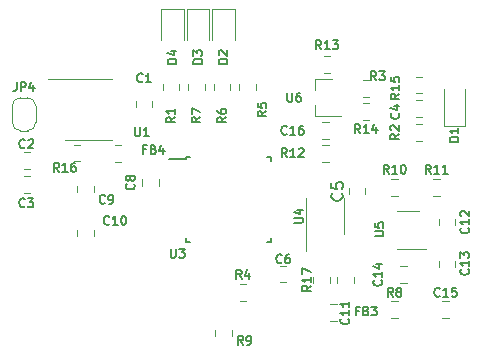
<source format=gbr>
G04 #@! TF.GenerationSoftware,KiCad,Pcbnew,5.1.5*
G04 #@! TF.CreationDate,2020-04-28T00:33:20+02:00*
G04 #@! TF.ProjectId,avr-wave,6176722d-7761-4766-952e-6b696361645f,2*
G04 #@! TF.SameCoordinates,Original*
G04 #@! TF.FileFunction,Legend,Top*
G04 #@! TF.FilePolarity,Positive*
%FSLAX46Y46*%
G04 Gerber Fmt 4.6, Leading zero omitted, Abs format (unit mm)*
G04 Created by KiCad (PCBNEW 5.1.5) date 2020-04-28 00:33:20*
%MOMM*%
%LPD*%
G04 APERTURE LIST*
%ADD10C,0.120000*%
%ADD11C,0.150000*%
G04 APERTURE END LIST*
D10*
X150960000Y-76008578D02*
X150960000Y-75491422D01*
X149540000Y-76008578D02*
X149540000Y-75491422D01*
X147960000Y-83508578D02*
X147960000Y-82991422D01*
X146540000Y-83508578D02*
X146540000Y-82991422D01*
X126758578Y-71790000D02*
X126241422Y-71790000D01*
X126758578Y-73210000D02*
X126241422Y-73210000D01*
X143741422Y-83460000D02*
X144258578Y-83460000D01*
X143741422Y-82040000D02*
X144258578Y-82040000D01*
X155758578Y-66040000D02*
X155241422Y-66040000D01*
X155758578Y-67460000D02*
X155241422Y-67460000D01*
X145890000Y-77851000D02*
X145890000Y-80776000D01*
X145890000Y-77851000D02*
X145890000Y-76351000D01*
X149110000Y-77851000D02*
X149110000Y-79351000D01*
X149110000Y-77851000D02*
X149110000Y-76351000D01*
X157646000Y-70226000D02*
X157646000Y-67076000D01*
X159346000Y-70226000D02*
X159346000Y-67076000D01*
X157646000Y-70226000D02*
X159346000Y-70226000D01*
X150744422Y-67766000D02*
X151261578Y-67766000D01*
X150744422Y-66346000D02*
X151261578Y-66346000D01*
X147442422Y-65734000D02*
X147959578Y-65734000D01*
X147442422Y-64314000D02*
X147959578Y-64314000D01*
X151261578Y-68251000D02*
X150744422Y-68251000D01*
X151261578Y-69671000D02*
X150744422Y-69671000D01*
X146687000Y-66238000D02*
X148147000Y-66238000D01*
X146687000Y-69398000D02*
X148847000Y-69398000D01*
X146687000Y-69398000D02*
X146687000Y-68468000D01*
X146687000Y-66238000D02*
X146687000Y-67168000D01*
X129741422Y-73227000D02*
X130258578Y-73227000D01*
X129741422Y-71807000D02*
X130258578Y-71807000D01*
D11*
X135736000Y-73041000D02*
X134311000Y-73041000D01*
X142986000Y-72816000D02*
X142661000Y-72816000D01*
X142986000Y-80066000D02*
X142661000Y-80066000D01*
X135736000Y-80066000D02*
X136061000Y-80066000D01*
X135736000Y-72816000D02*
X136061000Y-72816000D01*
X135736000Y-80066000D02*
X135736000Y-79741000D01*
X142986000Y-80066000D02*
X142986000Y-79741000D01*
X142986000Y-72816000D02*
X142986000Y-73141000D01*
X135736000Y-72816000D02*
X135736000Y-73041000D01*
D10*
X147315422Y-73227000D02*
X147832578Y-73227000D01*
X147315422Y-71807000D02*
X147832578Y-71807000D01*
X147832578Y-69902000D02*
X147315422Y-69902000D01*
X147832578Y-71322000D02*
X147315422Y-71322000D01*
X157230578Y-74728000D02*
X156713422Y-74728000D01*
X157230578Y-76148000D02*
X156713422Y-76148000D01*
X153157422Y-76148000D02*
X153674578Y-76148000D01*
X153157422Y-74728000D02*
X153674578Y-74728000D01*
X123047000Y-68515000D02*
X123047000Y-69915000D01*
X122347000Y-70615000D02*
X121747000Y-70615000D01*
X121047000Y-69915000D02*
X121047000Y-68515000D01*
X121747000Y-67815000D02*
X122347000Y-67815000D01*
X122347000Y-67815000D02*
G75*
G02X123047000Y-68515000I0J-700000D01*
G01*
X121047000Y-68515000D02*
G75*
G02X121747000Y-67815000I700000J0D01*
G01*
X121747000Y-70615000D02*
G75*
G02X121047000Y-69915000I0J700000D01*
G01*
X123047000Y-69915000D02*
G75*
G02X122347000Y-70615000I-700000J0D01*
G01*
X157475422Y-86435000D02*
X157992578Y-86435000D01*
X157475422Y-85015000D02*
X157992578Y-85015000D01*
X154436578Y-82094000D02*
X153919422Y-82094000D01*
X154436578Y-83514000D02*
X153919422Y-83514000D01*
X158571000Y-82125078D02*
X158571000Y-81607922D01*
X157151000Y-82125078D02*
X157151000Y-81607922D01*
X157151000Y-78100422D02*
X157151000Y-78617578D01*
X158571000Y-78100422D02*
X158571000Y-78617578D01*
X122042422Y-73862000D02*
X122559578Y-73862000D01*
X122042422Y-72442000D02*
X122559578Y-72442000D01*
X153659000Y-80604000D02*
X156109000Y-80604000D01*
X155459000Y-77384000D02*
X153659000Y-77384000D01*
X127508000Y-66274000D02*
X124058000Y-66274000D01*
X127508000Y-66274000D02*
X129458000Y-66274000D01*
X127508000Y-71394000D02*
X125558000Y-71394000D01*
X127508000Y-71394000D02*
X129458000Y-71394000D01*
X138228000Y-87498422D02*
X138228000Y-88015578D01*
X139648000Y-87498422D02*
X139648000Y-88015578D01*
X153674578Y-85015000D02*
X153157422Y-85015000D01*
X153674578Y-86435000D02*
X153157422Y-86435000D01*
X135942000Y-66670422D02*
X135942000Y-67187578D01*
X137362000Y-66670422D02*
X137362000Y-67187578D01*
X138101000Y-66670422D02*
X138101000Y-67187578D01*
X139521000Y-66670422D02*
X139521000Y-67187578D01*
X140260000Y-66670422D02*
X140260000Y-67187578D01*
X141680000Y-66670422D02*
X141680000Y-67187578D01*
X140847578Y-83618000D02*
X140330422Y-83618000D01*
X140847578Y-85038000D02*
X140330422Y-85038000D01*
X155241422Y-71460000D02*
X155758578Y-71460000D01*
X155241422Y-70040000D02*
X155758578Y-70040000D01*
X133783000Y-66670422D02*
X133783000Y-67187578D01*
X135203000Y-66670422D02*
X135203000Y-67187578D01*
X148508578Y-85290000D02*
X147991422Y-85290000D01*
X148508578Y-86710000D02*
X147991422Y-86710000D01*
X133660000Y-60278000D02*
X133660000Y-62963000D01*
X135580000Y-60278000D02*
X133660000Y-60278000D01*
X135580000Y-62963000D02*
X135580000Y-60278000D01*
X135819000Y-60278000D02*
X135819000Y-62963000D01*
X137739000Y-60278000D02*
X135819000Y-60278000D01*
X137739000Y-62963000D02*
X137739000Y-60278000D01*
X137978000Y-60278000D02*
X137978000Y-62963000D01*
X139898000Y-60278000D02*
X137978000Y-60278000D01*
X139898000Y-62963000D02*
X139898000Y-60278000D01*
X148540000Y-82991422D02*
X148540000Y-83508578D01*
X149960000Y-82991422D02*
X149960000Y-83508578D01*
X126544000Y-78989422D02*
X126544000Y-79506578D01*
X127964000Y-78989422D02*
X127964000Y-79506578D01*
X127964000Y-75823578D02*
X127964000Y-75306422D01*
X126544000Y-75823578D02*
X126544000Y-75306422D01*
X132040000Y-74741422D02*
X132040000Y-75258578D01*
X133460000Y-74741422D02*
X133460000Y-75258578D01*
X155758578Y-68040000D02*
X155241422Y-68040000D01*
X155758578Y-69460000D02*
X155241422Y-69460000D01*
X122042422Y-75894000D02*
X122559578Y-75894000D01*
X122042422Y-74474000D02*
X122559578Y-74474000D01*
X132917000Y-68584578D02*
X132917000Y-68067422D01*
X131497000Y-68584578D02*
X131497000Y-68067422D01*
D11*
X148957142Y-75916666D02*
X149004761Y-75964285D01*
X149052380Y-76107142D01*
X149052380Y-76202380D01*
X149004761Y-76345238D01*
X148909523Y-76440476D01*
X148814285Y-76488095D01*
X148623809Y-76535714D01*
X148480952Y-76535714D01*
X148290476Y-76488095D01*
X148195238Y-76440476D01*
X148100000Y-76345238D01*
X148052380Y-76202380D01*
X148052380Y-76107142D01*
X148100000Y-75964285D01*
X148147619Y-75916666D01*
X148052380Y-75011904D02*
X148052380Y-75488095D01*
X148528571Y-75535714D01*
X148480952Y-75488095D01*
X148433333Y-75392857D01*
X148433333Y-75154761D01*
X148480952Y-75059523D01*
X148528571Y-75011904D01*
X148623809Y-74964285D01*
X148861904Y-74964285D01*
X148957142Y-75011904D01*
X149004761Y-75059523D01*
X149052380Y-75154761D01*
X149052380Y-75392857D01*
X149004761Y-75488095D01*
X148957142Y-75535714D01*
X146339285Y-83732142D02*
X145982142Y-83982142D01*
X146339285Y-84160714D02*
X145589285Y-84160714D01*
X145589285Y-83875000D01*
X145625000Y-83803571D01*
X145660714Y-83767857D01*
X145732142Y-83732142D01*
X145839285Y-83732142D01*
X145910714Y-83767857D01*
X145946428Y-83803571D01*
X145982142Y-83875000D01*
X145982142Y-84160714D01*
X146339285Y-83017857D02*
X146339285Y-83446428D01*
X146339285Y-83232142D02*
X145589285Y-83232142D01*
X145696428Y-83303571D01*
X145767857Y-83375000D01*
X145803571Y-83446428D01*
X145589285Y-82767857D02*
X145589285Y-82267857D01*
X146339285Y-82589285D01*
X125017857Y-74089285D02*
X124767857Y-73732142D01*
X124589285Y-74089285D02*
X124589285Y-73339285D01*
X124875000Y-73339285D01*
X124946428Y-73375000D01*
X124982142Y-73410714D01*
X125017857Y-73482142D01*
X125017857Y-73589285D01*
X124982142Y-73660714D01*
X124946428Y-73696428D01*
X124875000Y-73732142D01*
X124589285Y-73732142D01*
X125732142Y-74089285D02*
X125303571Y-74089285D01*
X125517857Y-74089285D02*
X125517857Y-73339285D01*
X125446428Y-73446428D01*
X125375000Y-73517857D01*
X125303571Y-73553571D01*
X126375000Y-73339285D02*
X126232142Y-73339285D01*
X126160714Y-73375000D01*
X126125000Y-73410714D01*
X126053571Y-73517857D01*
X126017857Y-73660714D01*
X126017857Y-73946428D01*
X126053571Y-74017857D01*
X126089285Y-74053571D01*
X126160714Y-74089285D01*
X126303571Y-74089285D01*
X126375000Y-74053571D01*
X126410714Y-74017857D01*
X126446428Y-73946428D01*
X126446428Y-73767857D01*
X126410714Y-73696428D01*
X126375000Y-73660714D01*
X126303571Y-73625000D01*
X126160714Y-73625000D01*
X126089285Y-73660714D01*
X126053571Y-73696428D01*
X126017857Y-73767857D01*
X143875000Y-81767857D02*
X143839285Y-81803571D01*
X143732142Y-81839285D01*
X143660714Y-81839285D01*
X143553571Y-81803571D01*
X143482142Y-81732142D01*
X143446428Y-81660714D01*
X143410714Y-81517857D01*
X143410714Y-81410714D01*
X143446428Y-81267857D01*
X143482142Y-81196428D01*
X143553571Y-81125000D01*
X143660714Y-81089285D01*
X143732142Y-81089285D01*
X143839285Y-81125000D01*
X143875000Y-81160714D01*
X144517857Y-81089285D02*
X144375000Y-81089285D01*
X144303571Y-81125000D01*
X144267857Y-81160714D01*
X144196428Y-81267857D01*
X144160714Y-81410714D01*
X144160714Y-81696428D01*
X144196428Y-81767857D01*
X144232142Y-81803571D01*
X144303571Y-81839285D01*
X144446428Y-81839285D01*
X144517857Y-81803571D01*
X144553571Y-81767857D01*
X144589285Y-81696428D01*
X144589285Y-81517857D01*
X144553571Y-81446428D01*
X144517857Y-81410714D01*
X144446428Y-81375000D01*
X144303571Y-81375000D01*
X144232142Y-81410714D01*
X144196428Y-81446428D01*
X144160714Y-81517857D01*
X153839285Y-67482142D02*
X153482142Y-67732142D01*
X153839285Y-67910714D02*
X153089285Y-67910714D01*
X153089285Y-67625000D01*
X153125000Y-67553571D01*
X153160714Y-67517857D01*
X153232142Y-67482142D01*
X153339285Y-67482142D01*
X153410714Y-67517857D01*
X153446428Y-67553571D01*
X153482142Y-67625000D01*
X153482142Y-67910714D01*
X153839285Y-66767857D02*
X153839285Y-67196428D01*
X153839285Y-66982142D02*
X153089285Y-66982142D01*
X153196428Y-67053571D01*
X153267857Y-67125000D01*
X153303571Y-67196428D01*
X153089285Y-66089285D02*
X153089285Y-66446428D01*
X153446428Y-66482142D01*
X153410714Y-66446428D01*
X153375000Y-66375000D01*
X153375000Y-66196428D01*
X153410714Y-66125000D01*
X153446428Y-66089285D01*
X153517857Y-66053571D01*
X153696428Y-66053571D01*
X153767857Y-66089285D01*
X153803571Y-66125000D01*
X153839285Y-66196428D01*
X153839285Y-66375000D01*
X153803571Y-66446428D01*
X153767857Y-66482142D01*
X144930285Y-78422428D02*
X145537428Y-78422428D01*
X145608857Y-78386714D01*
X145644571Y-78351000D01*
X145680285Y-78279571D01*
X145680285Y-78136714D01*
X145644571Y-78065285D01*
X145608857Y-78029571D01*
X145537428Y-77993857D01*
X144930285Y-77993857D01*
X145180285Y-77315285D02*
X145680285Y-77315285D01*
X144894571Y-77493857D02*
X145430285Y-77672428D01*
X145430285Y-77208142D01*
X158835285Y-71546571D02*
X158085285Y-71546571D01*
X158085285Y-71368000D01*
X158121000Y-71260857D01*
X158192428Y-71189428D01*
X158263857Y-71153714D01*
X158406714Y-71118000D01*
X158513857Y-71118000D01*
X158656714Y-71153714D01*
X158728142Y-71189428D01*
X158799571Y-71260857D01*
X158835285Y-71368000D01*
X158835285Y-71546571D01*
X158835285Y-70403714D02*
X158835285Y-70832285D01*
X158835285Y-70618000D02*
X158085285Y-70618000D01*
X158192428Y-70689428D01*
X158263857Y-70760857D01*
X158299571Y-70832285D01*
X151875000Y-66339285D02*
X151625000Y-65982142D01*
X151446428Y-66339285D02*
X151446428Y-65589285D01*
X151732142Y-65589285D01*
X151803571Y-65625000D01*
X151839285Y-65660714D01*
X151875000Y-65732142D01*
X151875000Y-65839285D01*
X151839285Y-65910714D01*
X151803571Y-65946428D01*
X151732142Y-65982142D01*
X151446428Y-65982142D01*
X152125000Y-65589285D02*
X152589285Y-65589285D01*
X152339285Y-65875000D01*
X152446428Y-65875000D01*
X152517857Y-65910714D01*
X152553571Y-65946428D01*
X152589285Y-66017857D01*
X152589285Y-66196428D01*
X152553571Y-66267857D01*
X152517857Y-66303571D01*
X152446428Y-66339285D01*
X152232142Y-66339285D01*
X152160714Y-66303571D01*
X152125000Y-66267857D01*
X147218857Y-63713285D02*
X146968857Y-63356142D01*
X146790285Y-63713285D02*
X146790285Y-62963285D01*
X147076000Y-62963285D01*
X147147428Y-62999000D01*
X147183142Y-63034714D01*
X147218857Y-63106142D01*
X147218857Y-63213285D01*
X147183142Y-63284714D01*
X147147428Y-63320428D01*
X147076000Y-63356142D01*
X146790285Y-63356142D01*
X147933142Y-63713285D02*
X147504571Y-63713285D01*
X147718857Y-63713285D02*
X147718857Y-62963285D01*
X147647428Y-63070428D01*
X147576000Y-63141857D01*
X147504571Y-63177571D01*
X148183142Y-62963285D02*
X148647428Y-62963285D01*
X148397428Y-63249000D01*
X148504571Y-63249000D01*
X148576000Y-63284714D01*
X148611714Y-63320428D01*
X148647428Y-63391857D01*
X148647428Y-63570428D01*
X148611714Y-63641857D01*
X148576000Y-63677571D01*
X148504571Y-63713285D01*
X148290285Y-63713285D01*
X148218857Y-63677571D01*
X148183142Y-63641857D01*
X150520857Y-70824285D02*
X150270857Y-70467142D01*
X150092285Y-70824285D02*
X150092285Y-70074285D01*
X150378000Y-70074285D01*
X150449428Y-70110000D01*
X150485142Y-70145714D01*
X150520857Y-70217142D01*
X150520857Y-70324285D01*
X150485142Y-70395714D01*
X150449428Y-70431428D01*
X150378000Y-70467142D01*
X150092285Y-70467142D01*
X151235142Y-70824285D02*
X150806571Y-70824285D01*
X151020857Y-70824285D02*
X151020857Y-70074285D01*
X150949428Y-70181428D01*
X150878000Y-70252857D01*
X150806571Y-70288571D01*
X151878000Y-70324285D02*
X151878000Y-70824285D01*
X151699428Y-70038571D02*
X151520857Y-70574285D01*
X151985142Y-70574285D01*
X144335571Y-67407285D02*
X144335571Y-68014428D01*
X144371285Y-68085857D01*
X144407000Y-68121571D01*
X144478428Y-68157285D01*
X144621285Y-68157285D01*
X144692714Y-68121571D01*
X144728428Y-68085857D01*
X144764142Y-68014428D01*
X144764142Y-67407285D01*
X145442714Y-67407285D02*
X145299857Y-67407285D01*
X145228428Y-67443000D01*
X145192714Y-67478714D01*
X145121285Y-67585857D01*
X145085571Y-67728714D01*
X145085571Y-68014428D01*
X145121285Y-68085857D01*
X145157000Y-68121571D01*
X145228428Y-68157285D01*
X145371285Y-68157285D01*
X145442714Y-68121571D01*
X145478428Y-68085857D01*
X145514142Y-68014428D01*
X145514142Y-67835857D01*
X145478428Y-67764428D01*
X145442714Y-67728714D01*
X145371285Y-67693000D01*
X145228428Y-67693000D01*
X145157000Y-67728714D01*
X145121285Y-67764428D01*
X145085571Y-67835857D01*
X132375000Y-72196428D02*
X132125000Y-72196428D01*
X132125000Y-72589285D02*
X132125000Y-71839285D01*
X132482142Y-71839285D01*
X133017857Y-72196428D02*
X133125000Y-72232142D01*
X133160714Y-72267857D01*
X133196428Y-72339285D01*
X133196428Y-72446428D01*
X133160714Y-72517857D01*
X133125000Y-72553571D01*
X133053571Y-72589285D01*
X132767857Y-72589285D01*
X132767857Y-71839285D01*
X133017857Y-71839285D01*
X133089285Y-71875000D01*
X133125000Y-71910714D01*
X133160714Y-71982142D01*
X133160714Y-72053571D01*
X133125000Y-72125000D01*
X133089285Y-72160714D01*
X133017857Y-72196428D01*
X132767857Y-72196428D01*
X133839285Y-72089285D02*
X133839285Y-72589285D01*
X133660714Y-71803571D02*
X133482142Y-72339285D01*
X133946428Y-72339285D01*
X134471571Y-80602285D02*
X134471571Y-81209428D01*
X134507285Y-81280857D01*
X134543000Y-81316571D01*
X134614428Y-81352285D01*
X134757285Y-81352285D01*
X134828714Y-81316571D01*
X134864428Y-81280857D01*
X134900142Y-81209428D01*
X134900142Y-80602285D01*
X135185857Y-80602285D02*
X135650142Y-80602285D01*
X135400142Y-80888000D01*
X135507285Y-80888000D01*
X135578714Y-80923714D01*
X135614428Y-80959428D01*
X135650142Y-81030857D01*
X135650142Y-81209428D01*
X135614428Y-81280857D01*
X135578714Y-81316571D01*
X135507285Y-81352285D01*
X135293000Y-81352285D01*
X135221571Y-81316571D01*
X135185857Y-81280857D01*
X144297857Y-72856285D02*
X144047857Y-72499142D01*
X143869285Y-72856285D02*
X143869285Y-72106285D01*
X144155000Y-72106285D01*
X144226428Y-72142000D01*
X144262142Y-72177714D01*
X144297857Y-72249142D01*
X144297857Y-72356285D01*
X144262142Y-72427714D01*
X144226428Y-72463428D01*
X144155000Y-72499142D01*
X143869285Y-72499142D01*
X145012142Y-72856285D02*
X144583571Y-72856285D01*
X144797857Y-72856285D02*
X144797857Y-72106285D01*
X144726428Y-72213428D01*
X144655000Y-72284857D01*
X144583571Y-72320571D01*
X145297857Y-72177714D02*
X145333571Y-72142000D01*
X145405000Y-72106285D01*
X145583571Y-72106285D01*
X145655000Y-72142000D01*
X145690714Y-72177714D01*
X145726428Y-72249142D01*
X145726428Y-72320571D01*
X145690714Y-72427714D01*
X145262142Y-72856285D01*
X145726428Y-72856285D01*
X144297857Y-70879857D02*
X144262142Y-70915571D01*
X144155000Y-70951285D01*
X144083571Y-70951285D01*
X143976428Y-70915571D01*
X143905000Y-70844142D01*
X143869285Y-70772714D01*
X143833571Y-70629857D01*
X143833571Y-70522714D01*
X143869285Y-70379857D01*
X143905000Y-70308428D01*
X143976428Y-70237000D01*
X144083571Y-70201285D01*
X144155000Y-70201285D01*
X144262142Y-70237000D01*
X144297857Y-70272714D01*
X145012142Y-70951285D02*
X144583571Y-70951285D01*
X144797857Y-70951285D02*
X144797857Y-70201285D01*
X144726428Y-70308428D01*
X144655000Y-70379857D01*
X144583571Y-70415571D01*
X145655000Y-70201285D02*
X145512142Y-70201285D01*
X145440714Y-70237000D01*
X145405000Y-70272714D01*
X145333571Y-70379857D01*
X145297857Y-70522714D01*
X145297857Y-70808428D01*
X145333571Y-70879857D01*
X145369285Y-70915571D01*
X145440714Y-70951285D01*
X145583571Y-70951285D01*
X145655000Y-70915571D01*
X145690714Y-70879857D01*
X145726428Y-70808428D01*
X145726428Y-70629857D01*
X145690714Y-70558428D01*
X145655000Y-70522714D01*
X145583571Y-70487000D01*
X145440714Y-70487000D01*
X145369285Y-70522714D01*
X145333571Y-70558428D01*
X145297857Y-70629857D01*
X156489857Y-74253285D02*
X156239857Y-73896142D01*
X156061285Y-74253285D02*
X156061285Y-73503285D01*
X156347000Y-73503285D01*
X156418428Y-73539000D01*
X156454142Y-73574714D01*
X156489857Y-73646142D01*
X156489857Y-73753285D01*
X156454142Y-73824714D01*
X156418428Y-73860428D01*
X156347000Y-73896142D01*
X156061285Y-73896142D01*
X157204142Y-74253285D02*
X156775571Y-74253285D01*
X156989857Y-74253285D02*
X156989857Y-73503285D01*
X156918428Y-73610428D01*
X156847000Y-73681857D01*
X156775571Y-73717571D01*
X157918428Y-74253285D02*
X157489857Y-74253285D01*
X157704142Y-74253285D02*
X157704142Y-73503285D01*
X157632714Y-73610428D01*
X157561285Y-73681857D01*
X157489857Y-73717571D01*
X152933857Y-74253285D02*
X152683857Y-73896142D01*
X152505285Y-74253285D02*
X152505285Y-73503285D01*
X152791000Y-73503285D01*
X152862428Y-73539000D01*
X152898142Y-73574714D01*
X152933857Y-73646142D01*
X152933857Y-73753285D01*
X152898142Y-73824714D01*
X152862428Y-73860428D01*
X152791000Y-73896142D01*
X152505285Y-73896142D01*
X153648142Y-74253285D02*
X153219571Y-74253285D01*
X153433857Y-74253285D02*
X153433857Y-73503285D01*
X153362428Y-73610428D01*
X153291000Y-73681857D01*
X153219571Y-73717571D01*
X154112428Y-73503285D02*
X154183857Y-73503285D01*
X154255285Y-73539000D01*
X154291000Y-73574714D01*
X154326714Y-73646142D01*
X154362428Y-73789000D01*
X154362428Y-73967571D01*
X154326714Y-74110428D01*
X154291000Y-74181857D01*
X154255285Y-74217571D01*
X154183857Y-74253285D01*
X154112428Y-74253285D01*
X154041000Y-74217571D01*
X154005285Y-74181857D01*
X153969571Y-74110428D01*
X153933857Y-73967571D01*
X153933857Y-73789000D01*
X153969571Y-73646142D01*
X154005285Y-73574714D01*
X154041000Y-73539000D01*
X154112428Y-73503285D01*
X121422000Y-66518285D02*
X121422000Y-67054000D01*
X121386285Y-67161142D01*
X121314857Y-67232571D01*
X121207714Y-67268285D01*
X121136285Y-67268285D01*
X121779142Y-67268285D02*
X121779142Y-66518285D01*
X122064857Y-66518285D01*
X122136285Y-66554000D01*
X122172000Y-66589714D01*
X122207714Y-66661142D01*
X122207714Y-66768285D01*
X122172000Y-66839714D01*
X122136285Y-66875428D01*
X122064857Y-66911142D01*
X121779142Y-66911142D01*
X122850571Y-66768285D02*
X122850571Y-67268285D01*
X122672000Y-66482571D02*
X122493428Y-67018285D01*
X122957714Y-67018285D01*
X157251857Y-84595857D02*
X157216142Y-84631571D01*
X157109000Y-84667285D01*
X157037571Y-84667285D01*
X156930428Y-84631571D01*
X156859000Y-84560142D01*
X156823285Y-84488714D01*
X156787571Y-84345857D01*
X156787571Y-84238714D01*
X156823285Y-84095857D01*
X156859000Y-84024428D01*
X156930428Y-83953000D01*
X157037571Y-83917285D01*
X157109000Y-83917285D01*
X157216142Y-83953000D01*
X157251857Y-83988714D01*
X157966142Y-84667285D02*
X157537571Y-84667285D01*
X157751857Y-84667285D02*
X157751857Y-83917285D01*
X157680428Y-84024428D01*
X157609000Y-84095857D01*
X157537571Y-84131571D01*
X158644714Y-83917285D02*
X158287571Y-83917285D01*
X158251857Y-84274428D01*
X158287571Y-84238714D01*
X158359000Y-84203000D01*
X158537571Y-84203000D01*
X158609000Y-84238714D01*
X158644714Y-84274428D01*
X158680428Y-84345857D01*
X158680428Y-84524428D01*
X158644714Y-84595857D01*
X158609000Y-84631571D01*
X158537571Y-84667285D01*
X158359000Y-84667285D01*
X158287571Y-84631571D01*
X158251857Y-84595857D01*
X152286857Y-83286142D02*
X152322571Y-83321857D01*
X152358285Y-83429000D01*
X152358285Y-83500428D01*
X152322571Y-83607571D01*
X152251142Y-83679000D01*
X152179714Y-83714714D01*
X152036857Y-83750428D01*
X151929714Y-83750428D01*
X151786857Y-83714714D01*
X151715428Y-83679000D01*
X151644000Y-83607571D01*
X151608285Y-83500428D01*
X151608285Y-83429000D01*
X151644000Y-83321857D01*
X151679714Y-83286142D01*
X152358285Y-82571857D02*
X152358285Y-83000428D01*
X152358285Y-82786142D02*
X151608285Y-82786142D01*
X151715428Y-82857571D01*
X151786857Y-82929000D01*
X151822571Y-83000428D01*
X151858285Y-81929000D02*
X152358285Y-81929000D01*
X151572571Y-82107571D02*
X152108285Y-82286142D01*
X152108285Y-81821857D01*
X159652857Y-82348642D02*
X159688571Y-82384357D01*
X159724285Y-82491500D01*
X159724285Y-82562928D01*
X159688571Y-82670071D01*
X159617142Y-82741500D01*
X159545714Y-82777214D01*
X159402857Y-82812928D01*
X159295714Y-82812928D01*
X159152857Y-82777214D01*
X159081428Y-82741500D01*
X159010000Y-82670071D01*
X158974285Y-82562928D01*
X158974285Y-82491500D01*
X159010000Y-82384357D01*
X159045714Y-82348642D01*
X159724285Y-81634357D02*
X159724285Y-82062928D01*
X159724285Y-81848642D02*
X158974285Y-81848642D01*
X159081428Y-81920071D01*
X159152857Y-81991500D01*
X159188571Y-82062928D01*
X158974285Y-81384357D02*
X158974285Y-80920071D01*
X159260000Y-81170071D01*
X159260000Y-81062928D01*
X159295714Y-80991500D01*
X159331428Y-80955785D01*
X159402857Y-80920071D01*
X159581428Y-80920071D01*
X159652857Y-80955785D01*
X159688571Y-80991500D01*
X159724285Y-81062928D01*
X159724285Y-81277214D01*
X159688571Y-81348642D01*
X159652857Y-81384357D01*
X159652857Y-78841142D02*
X159688571Y-78876857D01*
X159724285Y-78984000D01*
X159724285Y-79055428D01*
X159688571Y-79162571D01*
X159617142Y-79234000D01*
X159545714Y-79269714D01*
X159402857Y-79305428D01*
X159295714Y-79305428D01*
X159152857Y-79269714D01*
X159081428Y-79234000D01*
X159010000Y-79162571D01*
X158974285Y-79055428D01*
X158974285Y-78984000D01*
X159010000Y-78876857D01*
X159045714Y-78841142D01*
X159724285Y-78126857D02*
X159724285Y-78555428D01*
X159724285Y-78341142D02*
X158974285Y-78341142D01*
X159081428Y-78412571D01*
X159152857Y-78484000D01*
X159188571Y-78555428D01*
X159045714Y-77841142D02*
X159010000Y-77805428D01*
X158974285Y-77734000D01*
X158974285Y-77555428D01*
X159010000Y-77484000D01*
X159045714Y-77448285D01*
X159117142Y-77412571D01*
X159188571Y-77412571D01*
X159295714Y-77448285D01*
X159724285Y-77876857D01*
X159724285Y-77412571D01*
X122125000Y-72017857D02*
X122089285Y-72053571D01*
X121982142Y-72089285D01*
X121910714Y-72089285D01*
X121803571Y-72053571D01*
X121732142Y-71982142D01*
X121696428Y-71910714D01*
X121660714Y-71767857D01*
X121660714Y-71660714D01*
X121696428Y-71517857D01*
X121732142Y-71446428D01*
X121803571Y-71375000D01*
X121910714Y-71339285D01*
X121982142Y-71339285D01*
X122089285Y-71375000D01*
X122125000Y-71410714D01*
X122410714Y-71410714D02*
X122446428Y-71375000D01*
X122517857Y-71339285D01*
X122696428Y-71339285D01*
X122767857Y-71375000D01*
X122803571Y-71410714D01*
X122839285Y-71482142D01*
X122839285Y-71553571D01*
X122803571Y-71660714D01*
X122375000Y-72089285D01*
X122839285Y-72089285D01*
X151735285Y-79565428D02*
X152342428Y-79565428D01*
X152413857Y-79529714D01*
X152449571Y-79494000D01*
X152485285Y-79422571D01*
X152485285Y-79279714D01*
X152449571Y-79208285D01*
X152413857Y-79172571D01*
X152342428Y-79136857D01*
X151735285Y-79136857D01*
X151735285Y-78422571D02*
X151735285Y-78779714D01*
X152092428Y-78815428D01*
X152056714Y-78779714D01*
X152021000Y-78708285D01*
X152021000Y-78529714D01*
X152056714Y-78458285D01*
X152092428Y-78422571D01*
X152163857Y-78386857D01*
X152342428Y-78386857D01*
X152413857Y-78422571D01*
X152449571Y-78458285D01*
X152485285Y-78529714D01*
X152485285Y-78708285D01*
X152449571Y-78779714D01*
X152413857Y-78815428D01*
X131428571Y-70339285D02*
X131428571Y-70946428D01*
X131464285Y-71017857D01*
X131500000Y-71053571D01*
X131571428Y-71089285D01*
X131714285Y-71089285D01*
X131785714Y-71053571D01*
X131821428Y-71017857D01*
X131857142Y-70946428D01*
X131857142Y-70339285D01*
X132607142Y-71089285D02*
X132178571Y-71089285D01*
X132392857Y-71089285D02*
X132392857Y-70339285D01*
X132321428Y-70446428D01*
X132250000Y-70517857D01*
X132178571Y-70553571D01*
X140591000Y-88731285D02*
X140341000Y-88374142D01*
X140162428Y-88731285D02*
X140162428Y-87981285D01*
X140448142Y-87981285D01*
X140519571Y-88017000D01*
X140555285Y-88052714D01*
X140591000Y-88124142D01*
X140591000Y-88231285D01*
X140555285Y-88302714D01*
X140519571Y-88338428D01*
X140448142Y-88374142D01*
X140162428Y-88374142D01*
X140948142Y-88731285D02*
X141091000Y-88731285D01*
X141162428Y-88695571D01*
X141198142Y-88659857D01*
X141269571Y-88552714D01*
X141305285Y-88409857D01*
X141305285Y-88124142D01*
X141269571Y-88052714D01*
X141233857Y-88017000D01*
X141162428Y-87981285D01*
X141019571Y-87981285D01*
X140948142Y-88017000D01*
X140912428Y-88052714D01*
X140876714Y-88124142D01*
X140876714Y-88302714D01*
X140912428Y-88374142D01*
X140948142Y-88409857D01*
X141019571Y-88445571D01*
X141162428Y-88445571D01*
X141233857Y-88409857D01*
X141269571Y-88374142D01*
X141305285Y-88302714D01*
X153291000Y-84667285D02*
X153041000Y-84310142D01*
X152862428Y-84667285D02*
X152862428Y-83917285D01*
X153148142Y-83917285D01*
X153219571Y-83953000D01*
X153255285Y-83988714D01*
X153291000Y-84060142D01*
X153291000Y-84167285D01*
X153255285Y-84238714D01*
X153219571Y-84274428D01*
X153148142Y-84310142D01*
X152862428Y-84310142D01*
X153719571Y-84238714D02*
X153648142Y-84203000D01*
X153612428Y-84167285D01*
X153576714Y-84095857D01*
X153576714Y-84060142D01*
X153612428Y-83988714D01*
X153648142Y-83953000D01*
X153719571Y-83917285D01*
X153862428Y-83917285D01*
X153933857Y-83953000D01*
X153969571Y-83988714D01*
X154005285Y-84060142D01*
X154005285Y-84095857D01*
X153969571Y-84167285D01*
X153933857Y-84203000D01*
X153862428Y-84238714D01*
X153719571Y-84238714D01*
X153648142Y-84274428D01*
X153612428Y-84310142D01*
X153576714Y-84381571D01*
X153576714Y-84524428D01*
X153612428Y-84595857D01*
X153648142Y-84631571D01*
X153719571Y-84667285D01*
X153862428Y-84667285D01*
X153933857Y-84631571D01*
X153969571Y-84595857D01*
X154005285Y-84524428D01*
X154005285Y-84381571D01*
X153969571Y-84310142D01*
X153933857Y-84274428D01*
X153862428Y-84238714D01*
X136991285Y-69467000D02*
X136634142Y-69717000D01*
X136991285Y-69895571D02*
X136241285Y-69895571D01*
X136241285Y-69609857D01*
X136277000Y-69538428D01*
X136312714Y-69502714D01*
X136384142Y-69467000D01*
X136491285Y-69467000D01*
X136562714Y-69502714D01*
X136598428Y-69538428D01*
X136634142Y-69609857D01*
X136634142Y-69895571D01*
X136241285Y-69217000D02*
X136241285Y-68717000D01*
X136991285Y-69038428D01*
X139150285Y-69467000D02*
X138793142Y-69717000D01*
X139150285Y-69895571D02*
X138400285Y-69895571D01*
X138400285Y-69609857D01*
X138436000Y-69538428D01*
X138471714Y-69502714D01*
X138543142Y-69467000D01*
X138650285Y-69467000D01*
X138721714Y-69502714D01*
X138757428Y-69538428D01*
X138793142Y-69609857D01*
X138793142Y-69895571D01*
X138400285Y-68824142D02*
X138400285Y-68967000D01*
X138436000Y-69038428D01*
X138471714Y-69074142D01*
X138578857Y-69145571D01*
X138721714Y-69181285D01*
X139007428Y-69181285D01*
X139078857Y-69145571D01*
X139114571Y-69109857D01*
X139150285Y-69038428D01*
X139150285Y-68895571D01*
X139114571Y-68824142D01*
X139078857Y-68788428D01*
X139007428Y-68752714D01*
X138828857Y-68752714D01*
X138757428Y-68788428D01*
X138721714Y-68824142D01*
X138686000Y-68895571D01*
X138686000Y-69038428D01*
X138721714Y-69109857D01*
X138757428Y-69145571D01*
X138828857Y-69181285D01*
X142579285Y-68959000D02*
X142222142Y-69209000D01*
X142579285Y-69387571D02*
X141829285Y-69387571D01*
X141829285Y-69101857D01*
X141865000Y-69030428D01*
X141900714Y-68994714D01*
X141972142Y-68959000D01*
X142079285Y-68959000D01*
X142150714Y-68994714D01*
X142186428Y-69030428D01*
X142222142Y-69101857D01*
X142222142Y-69387571D01*
X141829285Y-68280428D02*
X141829285Y-68637571D01*
X142186428Y-68673285D01*
X142150714Y-68637571D01*
X142115000Y-68566142D01*
X142115000Y-68387571D01*
X142150714Y-68316142D01*
X142186428Y-68280428D01*
X142257857Y-68244714D01*
X142436428Y-68244714D01*
X142507857Y-68280428D01*
X142543571Y-68316142D01*
X142579285Y-68387571D01*
X142579285Y-68566142D01*
X142543571Y-68637571D01*
X142507857Y-68673285D01*
X140464000Y-83143285D02*
X140214000Y-82786142D01*
X140035428Y-83143285D02*
X140035428Y-82393285D01*
X140321142Y-82393285D01*
X140392571Y-82429000D01*
X140428285Y-82464714D01*
X140464000Y-82536142D01*
X140464000Y-82643285D01*
X140428285Y-82714714D01*
X140392571Y-82750428D01*
X140321142Y-82786142D01*
X140035428Y-82786142D01*
X141106857Y-82643285D02*
X141106857Y-83143285D01*
X140928285Y-82357571D02*
X140749714Y-82893285D01*
X141214000Y-82893285D01*
X153807285Y-70875000D02*
X153450142Y-71125000D01*
X153807285Y-71303571D02*
X153057285Y-71303571D01*
X153057285Y-71017857D01*
X153093000Y-70946428D01*
X153128714Y-70910714D01*
X153200142Y-70875000D01*
X153307285Y-70875000D01*
X153378714Y-70910714D01*
X153414428Y-70946428D01*
X153450142Y-71017857D01*
X153450142Y-71303571D01*
X153128714Y-70589285D02*
X153093000Y-70553571D01*
X153057285Y-70482142D01*
X153057285Y-70303571D01*
X153093000Y-70232142D01*
X153128714Y-70196428D01*
X153200142Y-70160714D01*
X153271571Y-70160714D01*
X153378714Y-70196428D01*
X153807285Y-70625000D01*
X153807285Y-70160714D01*
X134832285Y-69467000D02*
X134475142Y-69717000D01*
X134832285Y-69895571D02*
X134082285Y-69895571D01*
X134082285Y-69609857D01*
X134118000Y-69538428D01*
X134153714Y-69502714D01*
X134225142Y-69467000D01*
X134332285Y-69467000D01*
X134403714Y-69502714D01*
X134439428Y-69538428D01*
X134475142Y-69609857D01*
X134475142Y-69895571D01*
X134832285Y-68752714D02*
X134832285Y-69181285D01*
X134832285Y-68967000D02*
X134082285Y-68967000D01*
X134189428Y-69038428D01*
X134260857Y-69109857D01*
X134296571Y-69181285D01*
X150375000Y-85861428D02*
X150125000Y-85861428D01*
X150125000Y-86254285D02*
X150125000Y-85504285D01*
X150482142Y-85504285D01*
X151017857Y-85861428D02*
X151125000Y-85897142D01*
X151160714Y-85932857D01*
X151196428Y-86004285D01*
X151196428Y-86111428D01*
X151160714Y-86182857D01*
X151125000Y-86218571D01*
X151053571Y-86254285D01*
X150767857Y-86254285D01*
X150767857Y-85504285D01*
X151017857Y-85504285D01*
X151089285Y-85540000D01*
X151125000Y-85575714D01*
X151160714Y-85647142D01*
X151160714Y-85718571D01*
X151125000Y-85790000D01*
X151089285Y-85825714D01*
X151017857Y-85861428D01*
X150767857Y-85861428D01*
X151446428Y-85504285D02*
X151910714Y-85504285D01*
X151660714Y-85790000D01*
X151767857Y-85790000D01*
X151839285Y-85825714D01*
X151875000Y-85861428D01*
X151910714Y-85932857D01*
X151910714Y-86111428D01*
X151875000Y-86182857D01*
X151839285Y-86218571D01*
X151767857Y-86254285D01*
X151553571Y-86254285D01*
X151482142Y-86218571D01*
X151446428Y-86182857D01*
X134959285Y-64942571D02*
X134209285Y-64942571D01*
X134209285Y-64764000D01*
X134245000Y-64656857D01*
X134316428Y-64585428D01*
X134387857Y-64549714D01*
X134530714Y-64514000D01*
X134637857Y-64514000D01*
X134780714Y-64549714D01*
X134852142Y-64585428D01*
X134923571Y-64656857D01*
X134959285Y-64764000D01*
X134959285Y-64942571D01*
X134459285Y-63871142D02*
X134959285Y-63871142D01*
X134173571Y-64049714D02*
X134709285Y-64228285D01*
X134709285Y-63764000D01*
X137118285Y-64942571D02*
X136368285Y-64942571D01*
X136368285Y-64764000D01*
X136404000Y-64656857D01*
X136475428Y-64585428D01*
X136546857Y-64549714D01*
X136689714Y-64514000D01*
X136796857Y-64514000D01*
X136939714Y-64549714D01*
X137011142Y-64585428D01*
X137082571Y-64656857D01*
X137118285Y-64764000D01*
X137118285Y-64942571D01*
X136368285Y-64264000D02*
X136368285Y-63799714D01*
X136654000Y-64049714D01*
X136654000Y-63942571D01*
X136689714Y-63871142D01*
X136725428Y-63835428D01*
X136796857Y-63799714D01*
X136975428Y-63799714D01*
X137046857Y-63835428D01*
X137082571Y-63871142D01*
X137118285Y-63942571D01*
X137118285Y-64156857D01*
X137082571Y-64228285D01*
X137046857Y-64264000D01*
X139277285Y-64942571D02*
X138527285Y-64942571D01*
X138527285Y-64764000D01*
X138563000Y-64656857D01*
X138634428Y-64585428D01*
X138705857Y-64549714D01*
X138848714Y-64514000D01*
X138955857Y-64514000D01*
X139098714Y-64549714D01*
X139170142Y-64585428D01*
X139241571Y-64656857D01*
X139277285Y-64764000D01*
X139277285Y-64942571D01*
X138598714Y-64228285D02*
X138563000Y-64192571D01*
X138527285Y-64121142D01*
X138527285Y-63942571D01*
X138563000Y-63871142D01*
X138598714Y-63835428D01*
X138670142Y-63799714D01*
X138741571Y-63799714D01*
X138848714Y-63835428D01*
X139277285Y-64264000D01*
X139277285Y-63799714D01*
X149517857Y-86539142D02*
X149553571Y-86574857D01*
X149589285Y-86682000D01*
X149589285Y-86753428D01*
X149553571Y-86860571D01*
X149482142Y-86932000D01*
X149410714Y-86967714D01*
X149267857Y-87003428D01*
X149160714Y-87003428D01*
X149017857Y-86967714D01*
X148946428Y-86932000D01*
X148875000Y-86860571D01*
X148839285Y-86753428D01*
X148839285Y-86682000D01*
X148875000Y-86574857D01*
X148910714Y-86539142D01*
X149589285Y-85824857D02*
X149589285Y-86253428D01*
X149589285Y-86039142D02*
X148839285Y-86039142D01*
X148946428Y-86110571D01*
X149017857Y-86182000D01*
X149053571Y-86253428D01*
X149589285Y-85110571D02*
X149589285Y-85539142D01*
X149589285Y-85324857D02*
X148839285Y-85324857D01*
X148946428Y-85396285D01*
X149017857Y-85467714D01*
X149053571Y-85539142D01*
X129267857Y-78517857D02*
X129232142Y-78553571D01*
X129125000Y-78589285D01*
X129053571Y-78589285D01*
X128946428Y-78553571D01*
X128875000Y-78482142D01*
X128839285Y-78410714D01*
X128803571Y-78267857D01*
X128803571Y-78160714D01*
X128839285Y-78017857D01*
X128875000Y-77946428D01*
X128946428Y-77875000D01*
X129053571Y-77839285D01*
X129125000Y-77839285D01*
X129232142Y-77875000D01*
X129267857Y-77910714D01*
X129982142Y-78589285D02*
X129553571Y-78589285D01*
X129767857Y-78589285D02*
X129767857Y-77839285D01*
X129696428Y-77946428D01*
X129625000Y-78017857D01*
X129553571Y-78053571D01*
X130446428Y-77839285D02*
X130517857Y-77839285D01*
X130589285Y-77875000D01*
X130625000Y-77910714D01*
X130660714Y-77982142D01*
X130696428Y-78125000D01*
X130696428Y-78303571D01*
X130660714Y-78446428D01*
X130625000Y-78517857D01*
X130589285Y-78553571D01*
X130517857Y-78589285D01*
X130446428Y-78589285D01*
X130375000Y-78553571D01*
X130339285Y-78517857D01*
X130303571Y-78446428D01*
X130267857Y-78303571D01*
X130267857Y-78125000D01*
X130303571Y-77982142D01*
X130339285Y-77910714D01*
X130375000Y-77875000D01*
X130446428Y-77839285D01*
X128907000Y-76721857D02*
X128871285Y-76757571D01*
X128764142Y-76793285D01*
X128692714Y-76793285D01*
X128585571Y-76757571D01*
X128514142Y-76686142D01*
X128478428Y-76614714D01*
X128442714Y-76471857D01*
X128442714Y-76364714D01*
X128478428Y-76221857D01*
X128514142Y-76150428D01*
X128585571Y-76079000D01*
X128692714Y-76043285D01*
X128764142Y-76043285D01*
X128871285Y-76079000D01*
X128907000Y-76114714D01*
X129264142Y-76793285D02*
X129407000Y-76793285D01*
X129478428Y-76757571D01*
X129514142Y-76721857D01*
X129585571Y-76614714D01*
X129621285Y-76471857D01*
X129621285Y-76186142D01*
X129585571Y-76114714D01*
X129549857Y-76079000D01*
X129478428Y-76043285D01*
X129335571Y-76043285D01*
X129264142Y-76079000D01*
X129228428Y-76114714D01*
X129192714Y-76186142D01*
X129192714Y-76364714D01*
X129228428Y-76436142D01*
X129264142Y-76471857D01*
X129335571Y-76507571D01*
X129478428Y-76507571D01*
X129549857Y-76471857D01*
X129585571Y-76436142D01*
X129621285Y-76364714D01*
X131366857Y-75125000D02*
X131402571Y-75160714D01*
X131438285Y-75267857D01*
X131438285Y-75339285D01*
X131402571Y-75446428D01*
X131331142Y-75517857D01*
X131259714Y-75553571D01*
X131116857Y-75589285D01*
X131009714Y-75589285D01*
X130866857Y-75553571D01*
X130795428Y-75517857D01*
X130724000Y-75446428D01*
X130688285Y-75339285D01*
X130688285Y-75267857D01*
X130724000Y-75160714D01*
X130759714Y-75125000D01*
X131009714Y-74696428D02*
X130974000Y-74767857D01*
X130938285Y-74803571D01*
X130866857Y-74839285D01*
X130831142Y-74839285D01*
X130759714Y-74803571D01*
X130724000Y-74767857D01*
X130688285Y-74696428D01*
X130688285Y-74553571D01*
X130724000Y-74482142D01*
X130759714Y-74446428D01*
X130831142Y-74410714D01*
X130866857Y-74410714D01*
X130938285Y-74446428D01*
X130974000Y-74482142D01*
X131009714Y-74553571D01*
X131009714Y-74696428D01*
X131045428Y-74767857D01*
X131081142Y-74803571D01*
X131152571Y-74839285D01*
X131295428Y-74839285D01*
X131366857Y-74803571D01*
X131402571Y-74767857D01*
X131438285Y-74696428D01*
X131438285Y-74553571D01*
X131402571Y-74482142D01*
X131366857Y-74446428D01*
X131295428Y-74410714D01*
X131152571Y-74410714D01*
X131081142Y-74446428D01*
X131045428Y-74482142D01*
X131009714Y-74553571D01*
X153767857Y-69125000D02*
X153803571Y-69160714D01*
X153839285Y-69267857D01*
X153839285Y-69339285D01*
X153803571Y-69446428D01*
X153732142Y-69517857D01*
X153660714Y-69553571D01*
X153517857Y-69589285D01*
X153410714Y-69589285D01*
X153267857Y-69553571D01*
X153196428Y-69517857D01*
X153125000Y-69446428D01*
X153089285Y-69339285D01*
X153089285Y-69267857D01*
X153125000Y-69160714D01*
X153160714Y-69125000D01*
X153339285Y-68482142D02*
X153839285Y-68482142D01*
X153053571Y-68660714D02*
X153589285Y-68839285D01*
X153589285Y-68375000D01*
X122125000Y-77017857D02*
X122089285Y-77053571D01*
X121982142Y-77089285D01*
X121910714Y-77089285D01*
X121803571Y-77053571D01*
X121732142Y-76982142D01*
X121696428Y-76910714D01*
X121660714Y-76767857D01*
X121660714Y-76660714D01*
X121696428Y-76517857D01*
X121732142Y-76446428D01*
X121803571Y-76375000D01*
X121910714Y-76339285D01*
X121982142Y-76339285D01*
X122089285Y-76375000D01*
X122125000Y-76410714D01*
X122375000Y-76339285D02*
X122839285Y-76339285D01*
X122589285Y-76625000D01*
X122696428Y-76625000D01*
X122767857Y-76660714D01*
X122803571Y-76696428D01*
X122839285Y-76767857D01*
X122839285Y-76946428D01*
X122803571Y-77017857D01*
X122767857Y-77053571D01*
X122696428Y-77089285D01*
X122482142Y-77089285D01*
X122410714Y-77053571D01*
X122375000Y-77017857D01*
X132082000Y-66434857D02*
X132046285Y-66470571D01*
X131939142Y-66506285D01*
X131867714Y-66506285D01*
X131760571Y-66470571D01*
X131689142Y-66399142D01*
X131653428Y-66327714D01*
X131617714Y-66184857D01*
X131617714Y-66077714D01*
X131653428Y-65934857D01*
X131689142Y-65863428D01*
X131760571Y-65792000D01*
X131867714Y-65756285D01*
X131939142Y-65756285D01*
X132046285Y-65792000D01*
X132082000Y-65827714D01*
X132796285Y-66506285D02*
X132367714Y-66506285D01*
X132582000Y-66506285D02*
X132582000Y-65756285D01*
X132510571Y-65863428D01*
X132439142Y-65934857D01*
X132367714Y-65970571D01*
M02*

</source>
